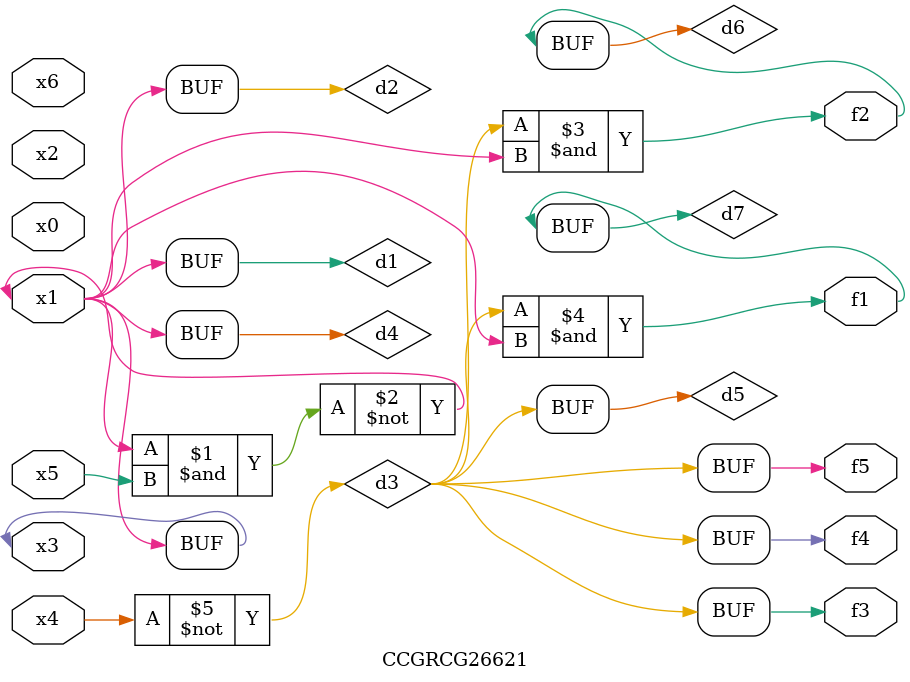
<source format=v>
module CCGRCG26621(
	input x0, x1, x2, x3, x4, x5, x6,
	output f1, f2, f3, f4, f5
);

	wire d1, d2, d3, d4, d5, d6, d7;

	buf (d1, x1, x3);
	nand (d2, x1, x5);
	not (d3, x4);
	buf (d4, d1, d2);
	buf (d5, d3);
	and (d6, d3, d4);
	and (d7, d3, d4);
	assign f1 = d7;
	assign f2 = d6;
	assign f3 = d5;
	assign f4 = d5;
	assign f5 = d5;
endmodule

</source>
